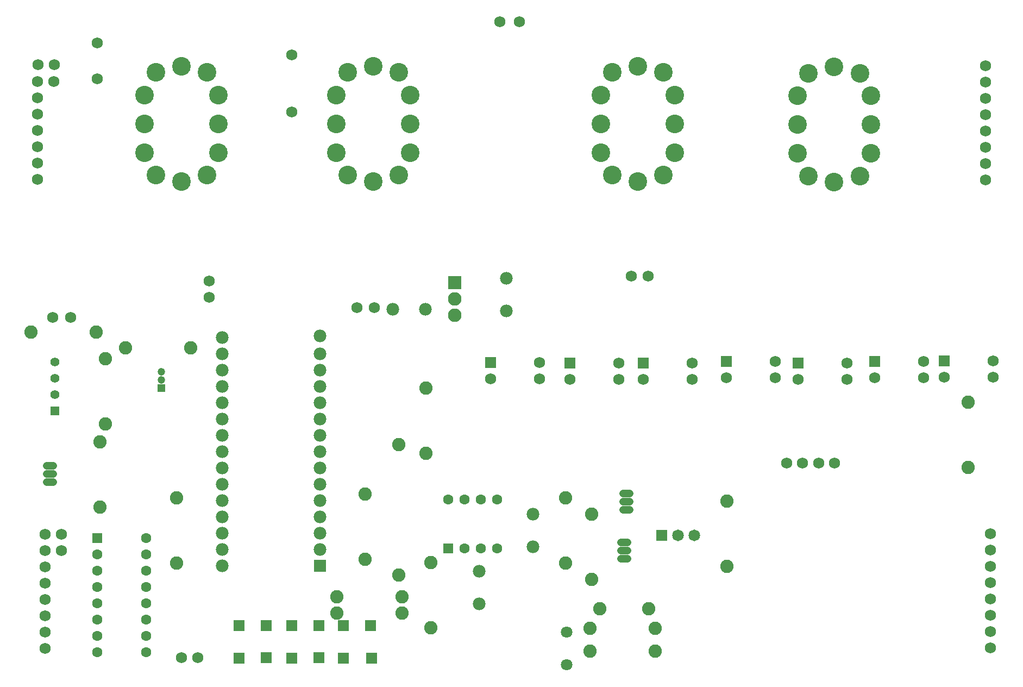
<source format=gts>
G04 ---------------------------- Layer name :TOP SOLDER LAYER*
G04 EasyEDA v5.8.22, Tue, 15 Jan 2019 07:50:08 GMT*
G04 124a35e5ee4140e2850748e1f34f2f7a*
G04 Gerber Generator version 0.2*
G04 Scale: 100 percent, Rotated: No, Reflected: No *
G04 Dimensions in millimeters *
G04 leading zeros omitted , absolute positions ,3 integer and 3 decimal *
%FSLAX33Y33*%
%MOMM*%
G90*
G71D02*

%ADD46C,1.203201*%
%ADD47R,1.981200X1.981200*%
%ADD48C,1.981200*%
%ADD49R,1.600200X1.600200*%
%ADD50C,1.600200*%
%ADD51C,2.082800*%
%ADD52R,1.816100X1.816100*%
%ADD53C,1.816100*%
%ADD54C,1.803199*%
%ADD55R,1.727200X1.727200*%
%ADD56C,1.727200*%
%ADD57R,1.402080X1.402080*%
%ADD58C,1.402080*%
%ADD59R,1.193800X1.193800*%
%ADD60C,1.193800*%
%ADD61R,2.108200X2.108200*%
%ADD62C,2.108200*%
%ADD63C,2.903220*%

%LPD*%
G54D46*
G01X8603Y32915D02*
G01X9603Y32915D01*
G01X8603Y34185D02*
G01X9603Y34185D01*
G01X8603Y35455D02*
G01X9603Y35455D01*
G01X98430Y28600D02*
G01X99430Y28600D01*
G01X98430Y29870D02*
G01X99430Y29870D01*
G01X98430Y31140D02*
G01X99430Y31140D01*
G01X98092Y20988D02*
G01X99092Y20988D01*
G01X98092Y22258D02*
G01X99092Y22258D01*
G01X98092Y23528D02*
G01X99092Y23528D01*
G54D47*
G01X51216Y19832D03*
G54D48*
G01X51219Y22372D03*
G01X51219Y24912D03*
G01X51219Y27452D03*
G01X51219Y29992D03*
G01X51219Y32532D03*
G01X51219Y35072D03*
G01X51219Y37612D03*
G01X51219Y40152D03*
G01X51219Y42692D03*
G01X51219Y45232D03*
G01X51219Y47772D03*
G01X51219Y50312D03*
G01X51219Y52852D03*
G01X51219Y55646D03*
G01X35979Y19832D03*
G01X35979Y22372D03*
G01X35979Y24912D03*
G01X35979Y27452D03*
G01X35979Y29992D03*
G01X35979Y32532D03*
G01X35979Y35072D03*
G01X35979Y37612D03*
G01X35979Y40152D03*
G01X35979Y42692D03*
G01X35979Y45232D03*
G01X35979Y47772D03*
G01X35979Y50312D03*
G01X35979Y52852D03*
G01X35979Y55392D03*
G54D49*
G01X16502Y24207D03*
G54D50*
G01X16497Y21650D03*
G01X16497Y19110D03*
G01X16497Y16570D03*
G01X16497Y14030D03*
G01X16497Y11490D03*
G01X16497Y8950D03*
G01X16497Y6410D03*
G01X24117Y6410D03*
G01X24117Y8950D03*
G01X24117Y11490D03*
G01X24117Y14030D03*
G01X24117Y16570D03*
G01X24117Y19110D03*
G01X24117Y21650D03*
G01X24117Y24190D03*
G54D49*
G01X71173Y22589D03*
G54D50*
G01X73733Y22588D03*
G01X76273Y22588D03*
G01X78813Y22588D03*
G01X78813Y30208D03*
G01X76273Y30208D03*
G01X73733Y30208D03*
G01X71193Y30208D03*
G54D51*
G01X89481Y30462D03*
G01X89481Y20302D03*
G01X93291Y10142D03*
G01X103451Y10142D03*
G01X58239Y20919D03*
G01X58239Y31079D03*
G01X93291Y6586D03*
G01X103451Y6586D03*
G01X93545Y17762D03*
G01X93545Y27922D03*
G54D52*
G01X104469Y24640D03*
G54D53*
G01X107007Y24620D03*
G01X109547Y24620D03*
G54D51*
G01X102435Y13190D03*
G01X94815Y13190D03*
G54D54*
G01X89662Y9519D03*
G01X89662Y4439D03*
G54D51*
G01X114627Y29954D03*
G01X114627Y19794D03*
G54D48*
G01X76019Y19032D03*
G01X76019Y13952D03*
G01X84401Y22842D03*
G01X84401Y27922D03*
G54D55*
G01X77739Y51551D03*
G54D56*
G01X77739Y49009D03*
G01X85359Y49009D03*
G01X85359Y51549D03*
G54D55*
G01X90174Y51457D03*
G54D56*
G01X90175Y48915D03*
G01X97795Y48915D03*
G01X97795Y51455D03*
G54D55*
G01X101604Y51457D03*
G54D56*
G01X101605Y48915D03*
G01X109225Y48915D03*
G01X109225Y51455D03*
G54D55*
G01X114558Y51711D03*
G54D56*
G01X114559Y49169D03*
G01X122179Y49169D03*
G01X122179Y51709D03*
G54D51*
G01X67741Y37419D03*
G01X67741Y47579D03*
G54D55*
G01X125734Y51457D03*
G54D56*
G01X125735Y48915D03*
G01X133355Y48915D03*
G01X133355Y51455D03*
G54D55*
G01X137672Y51711D03*
G54D56*
G01X137673Y49169D03*
G01X145293Y49169D03*
G01X145293Y51709D03*
G54D55*
G01X148468Y51791D03*
G54D56*
G01X148460Y49237D03*
G01X156080Y49237D03*
G01X156080Y51777D03*
G54D57*
G01X9872Y43968D03*
G54D58*
G01X9875Y46507D03*
G01X9875Y49047D03*
G01X9875Y51587D03*
G54D51*
G01X17744Y52097D03*
G01X17744Y41937D03*
G01X16878Y29011D03*
G01X16878Y39171D03*
G01X20868Y53789D03*
G01X31028Y53789D03*
G01X16324Y56266D03*
G01X6164Y56266D03*
G54D59*
G01X26453Y47554D03*
G54D60*
G01X26461Y48818D03*
G01X26461Y50088D03*
G54D61*
G01X72199Y64017D03*
G54D62*
G01X72202Y61480D03*
G01X72202Y58940D03*
G54D56*
G01X32118Y5544D03*
G01X29578Y5544D03*
G54D51*
G01X28834Y20302D03*
G01X28834Y30462D03*
G01X53825Y15034D03*
G01X63985Y15034D03*
G01X53825Y12542D03*
G01X63985Y12542D03*
G01X68425Y10236D03*
G01X68425Y20396D03*
G01X63502Y18402D03*
G01X63502Y38722D03*
G01X152173Y35173D03*
G01X152173Y45333D03*
G54D56*
G01X33931Y64221D03*
G01X33931Y61681D03*
G54D63*
G01X25608Y96717D03*
G01X29596Y97708D03*
G01X33584Y96717D03*
G01X35336Y93212D03*
G01X35336Y88716D03*
G01X35336Y84220D03*
G01X33584Y80715D03*
G01X29596Y79725D03*
G01X25608Y80715D03*
G01X23856Y84220D03*
G01X23856Y88716D03*
G01X23856Y93212D03*
G01X55509Y96717D03*
G01X59497Y97708D03*
G01X63485Y96717D03*
G01X65237Y93212D03*
G01X65237Y88716D03*
G01X65237Y84220D03*
G01X63485Y80715D03*
G01X59497Y79725D03*
G01X55509Y80715D03*
G01X53757Y84220D03*
G01X53757Y88716D03*
G01X53757Y93212D03*
G01X127338Y96618D03*
G01X131326Y97609D03*
G01X135313Y96618D03*
G01X137066Y93113D03*
G01X137066Y88617D03*
G01X137066Y84121D03*
G01X135313Y80616D03*
G01X131326Y79625D03*
G01X127338Y80616D03*
G01X125585Y84121D03*
G01X125585Y88617D03*
G01X125585Y93113D03*
G01X96718Y96717D03*
G01X100706Y97708D03*
G01X104694Y96717D03*
G01X106446Y93212D03*
G01X106446Y88716D03*
G01X106446Y84220D03*
G01X104694Y80715D03*
G01X100706Y79725D03*
G01X96718Y80715D03*
G01X94966Y84220D03*
G01X94966Y88716D03*
G01X94966Y93212D03*
G54D48*
G01X80210Y59540D03*
G01X80210Y64620D03*
G01X67602Y59799D03*
G01X62522Y59799D03*
G54D56*
G01X8313Y22252D03*
G01X8313Y19712D03*
G01X8313Y17172D03*
G01X8313Y14632D03*
G01X8313Y12092D03*
G01X8313Y9552D03*
G01X8313Y7012D03*
G01X8313Y24792D03*
G01X10853Y24792D03*
G01X10853Y22252D03*
G01X155679Y7112D03*
G01X155679Y9652D03*
G01X155679Y12192D03*
G01X155679Y14732D03*
G01X155679Y17272D03*
G01X155679Y19812D03*
G01X155679Y22352D03*
G01X155679Y24892D03*
G01X123888Y35879D03*
G01X126387Y35879D03*
G01X128889Y35879D03*
G01X131388Y35879D03*
G01X9560Y58597D03*
G01X12291Y58597D03*
G36*
G01X37716Y9705D02*
G01X37716Y11432D01*
G01X39443Y11432D01*
G01X39443Y9705D01*
G01X37716Y9705D01*
G37*
G36*
G01X37716Y4625D02*
G01X37716Y6352D01*
G01X39443Y6352D01*
G01X39443Y4625D01*
G01X37716Y4625D01*
G37*
G01X56941Y60060D03*
G01X59690Y60060D03*
G54D55*
G01X42820Y10548D03*
G01X42820Y5548D03*
G36*
G01X45953Y9685D02*
G01X45953Y11412D01*
G01X47680Y11412D01*
G01X47680Y9685D01*
G01X45953Y9685D01*
G37*
G36*
G01X45953Y4605D02*
G01X45953Y6332D01*
G01X47680Y6332D01*
G01X47680Y4605D01*
G01X45953Y4605D01*
G37*
G01X51057Y10529D03*
G01X51057Y5529D03*
G36*
G01X53952Y9685D02*
G01X53952Y11412D01*
G01X55679Y11412D01*
G01X55679Y9685D01*
G01X53952Y9685D01*
G37*
G36*
G01X53952Y4605D02*
G01X53952Y6332D01*
G01X55679Y6332D01*
G01X55679Y4605D01*
G01X53952Y4605D01*
G37*
G01X59056Y10529D03*
G01X59259Y5440D03*
G54D56*
G01X102311Y64998D03*
G01X99710Y64998D03*
G01X7201Y95335D03*
G01X7201Y92795D03*
G01X7201Y90255D03*
G01X7201Y87715D03*
G01X7201Y85175D03*
G01X7201Y82635D03*
G01X7201Y80095D03*
G01X9741Y95335D03*
G01X154889Y79973D03*
G01X154889Y82513D03*
G01X154889Y85053D03*
G01X154889Y87593D03*
G01X154889Y90133D03*
G01X154889Y92673D03*
G01X154889Y95213D03*
G01X154889Y97753D03*
G01X7247Y97919D03*
G01X9787Y97919D03*
G01X46800Y99448D03*
G01X46800Y90606D03*
G01X16464Y101289D03*
G01X79202Y104591D03*
G01X82250Y104591D03*
G01X16464Y95701D03*
M00*
M02*

</source>
